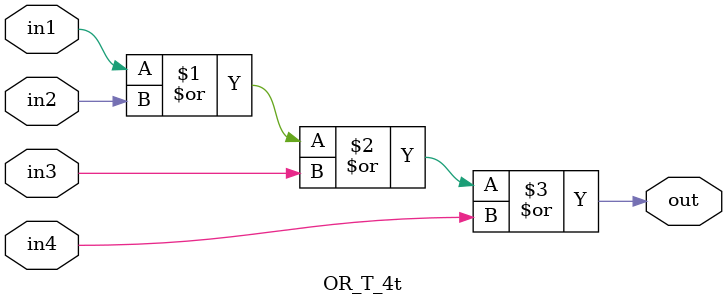
<source format=v>
`timescale 1ns / 1ps
`define	D		1	// definition of the delay

// Delayed OR gate

module OR_T_4t(out, in1, in2, in3, in4);

input in1, in2, in3, in4;
output out;

or		#`D		or1 (out, in1, in2, in3, in4);


endmodule

</source>
